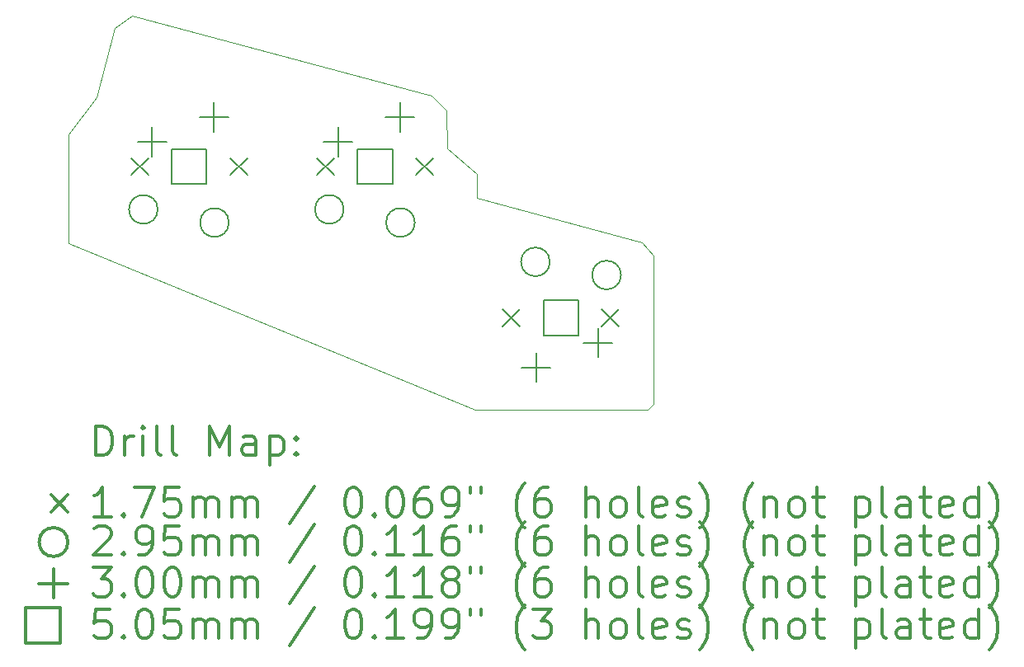
<source format=gbr>
%FSLAX45Y45*%
G04 Gerber Fmt 4.5, Leading zero omitted, Abs format (unit mm)*
G04 Created by KiCad (PCBNEW (5.1.4)-1) date 2023-09-09 05:28:44*
%MOMM*%
%LPD*%
G04 APERTURE LIST*
%ADD10C,0.050000*%
%ADD11C,0.200000*%
%ADD12C,0.300000*%
G04 APERTURE END LIST*
D10*
X-4204981Y-41045810D02*
X-4204900Y-40795660D01*
X-4204981Y-41045810D02*
X-2508981Y-41499810D01*
X-2449981Y-43218810D02*
X-4219981Y-43219810D01*
X-2389981Y-43158810D02*
X-2449981Y-43218810D01*
X-8397125Y-41506943D02*
X-4219981Y-43219810D01*
X-2388981Y-41633810D02*
X-2389981Y-43158810D01*
X-2508981Y-41499810D02*
X-2388981Y-41633810D01*
X-4204899Y-40795660D02*
X-4510118Y-40539366D01*
X-8397125Y-41506943D02*
X-8396596Y-40392941D01*
X-4510118Y-40539366D02*
X-4511301Y-40147247D01*
X-4667125Y-39997148D02*
X-4511301Y-40147247D01*
X-8107724Y-40009596D02*
X-8396596Y-40392941D01*
X-8107724Y-40009596D02*
X-7917120Y-39303027D01*
X-7739822Y-39172429D02*
X-4667125Y-39997148D01*
X-7917120Y-39303027D02*
X-7739822Y-39172429D01*
D11*
X-3937500Y-42188506D02*
X-3762500Y-42363506D01*
X-3762500Y-42188506D02*
X-3937500Y-42363506D01*
X-2921500Y-42188506D02*
X-2746500Y-42363506D01*
X-2746500Y-42188506D02*
X-2921500Y-42363506D01*
X-5842545Y-40634692D02*
X-5667545Y-40809692D01*
X-5667545Y-40634692D02*
X-5842545Y-40809692D01*
X-4826546Y-40634692D02*
X-4651546Y-40809692D01*
X-4651546Y-40634692D02*
X-4826546Y-40809692D01*
X-7750500Y-40634692D02*
X-7575500Y-40809692D01*
X-7575500Y-40634692D02*
X-7750500Y-40809692D01*
X-6734500Y-40634692D02*
X-6559500Y-40809692D01*
X-6559500Y-40634692D02*
X-6734500Y-40809692D01*
X-3454500Y-41701006D02*
G75*
G03X-3454500Y-41701006I-147500J0D01*
G01*
X-2724500Y-41836006D02*
G75*
G03X-2724500Y-41836006I-147500J0D01*
G01*
X-5569546Y-41162192D02*
G75*
G03X-5569546Y-41162192I-147500J0D01*
G01*
X-4839546Y-41297192D02*
G75*
G03X-4839546Y-41297192I-147500J0D01*
G01*
X-7477500Y-41162192D02*
G75*
G03X-7477500Y-41162192I-147500J0D01*
G01*
X-6747500Y-41297192D02*
G75*
G03X-6747500Y-41297192I-147500J0D01*
G01*
X-3596000Y-42634006D02*
X-3596000Y-42934006D01*
X-3746000Y-42784006D02*
X-3446000Y-42784006D01*
X-2961000Y-42380006D02*
X-2961000Y-42680006D01*
X-3111000Y-42530006D02*
X-2811000Y-42530006D01*
X-5628045Y-40318192D02*
X-5628045Y-40618192D01*
X-5778045Y-40468192D02*
X-5478046Y-40468192D01*
X-4993046Y-40064192D02*
X-4993046Y-40364192D01*
X-5143046Y-40214192D02*
X-4843046Y-40214192D01*
X-7536000Y-40318192D02*
X-7536000Y-40618192D01*
X-7686000Y-40468192D02*
X-7386000Y-40468192D01*
X-6901000Y-40064192D02*
X-6901000Y-40364192D01*
X-7051000Y-40214192D02*
X-6751000Y-40214192D01*
X-3163454Y-42454552D02*
X-3163454Y-42097460D01*
X-3520546Y-42097460D01*
X-3520546Y-42454552D01*
X-3163454Y-42454552D01*
X-5068499Y-40900738D02*
X-5068499Y-40543646D01*
X-5425592Y-40543646D01*
X-5425592Y-40900738D01*
X-5068499Y-40900738D01*
X-6976454Y-40900738D02*
X-6976454Y-40543646D01*
X-7333546Y-40543646D01*
X-7333546Y-40900738D01*
X-6976454Y-40900738D01*
D12*
X-8113197Y-43688025D02*
X-8113197Y-43388025D01*
X-8041768Y-43388025D01*
X-7998911Y-43402310D01*
X-7970340Y-43430882D01*
X-7956054Y-43459453D01*
X-7941768Y-43516596D01*
X-7941768Y-43559453D01*
X-7956054Y-43616596D01*
X-7970340Y-43645167D01*
X-7998911Y-43673739D01*
X-8041768Y-43688025D01*
X-8113197Y-43688025D01*
X-7813197Y-43688025D02*
X-7813197Y-43488025D01*
X-7813197Y-43545167D02*
X-7798911Y-43516596D01*
X-7784625Y-43502310D01*
X-7756054Y-43488025D01*
X-7727482Y-43488025D01*
X-7627482Y-43688025D02*
X-7627482Y-43488025D01*
X-7627482Y-43388025D02*
X-7641768Y-43402310D01*
X-7627482Y-43416596D01*
X-7613197Y-43402310D01*
X-7627482Y-43388025D01*
X-7627482Y-43416596D01*
X-7441768Y-43688025D02*
X-7470340Y-43673739D01*
X-7484625Y-43645167D01*
X-7484625Y-43388025D01*
X-7284625Y-43688025D02*
X-7313197Y-43673739D01*
X-7327482Y-43645167D01*
X-7327482Y-43388025D01*
X-6941768Y-43688025D02*
X-6941768Y-43388025D01*
X-6841768Y-43602310D01*
X-6741768Y-43388025D01*
X-6741768Y-43688025D01*
X-6470340Y-43688025D02*
X-6470340Y-43530882D01*
X-6484625Y-43502310D01*
X-6513197Y-43488025D01*
X-6570340Y-43488025D01*
X-6598911Y-43502310D01*
X-6470340Y-43673739D02*
X-6498911Y-43688025D01*
X-6570340Y-43688025D01*
X-6598911Y-43673739D01*
X-6613197Y-43645167D01*
X-6613197Y-43616596D01*
X-6598911Y-43588025D01*
X-6570340Y-43573739D01*
X-6498911Y-43573739D01*
X-6470340Y-43559453D01*
X-6327482Y-43488025D02*
X-6327482Y-43788025D01*
X-6327482Y-43502310D02*
X-6298911Y-43488025D01*
X-6241768Y-43488025D01*
X-6213197Y-43502310D01*
X-6198911Y-43516596D01*
X-6184625Y-43545167D01*
X-6184625Y-43630882D01*
X-6198911Y-43659453D01*
X-6213197Y-43673739D01*
X-6241768Y-43688025D01*
X-6298911Y-43688025D01*
X-6327482Y-43673739D01*
X-6056054Y-43659453D02*
X-6041768Y-43673739D01*
X-6056054Y-43688025D01*
X-6070340Y-43673739D01*
X-6056054Y-43659453D01*
X-6056054Y-43688025D01*
X-6056054Y-43502310D02*
X-6041768Y-43516596D01*
X-6056054Y-43530882D01*
X-6070340Y-43516596D01*
X-6056054Y-43502310D01*
X-6056054Y-43530882D01*
X-8574625Y-44094810D02*
X-8399625Y-44269810D01*
X-8399625Y-44094810D02*
X-8574625Y-44269810D01*
X-7956054Y-44318025D02*
X-8127482Y-44318025D01*
X-8041768Y-44318025D02*
X-8041768Y-44018025D01*
X-8070340Y-44060882D01*
X-8098911Y-44089453D01*
X-8127482Y-44103739D01*
X-7827482Y-44289453D02*
X-7813197Y-44303739D01*
X-7827482Y-44318025D01*
X-7841768Y-44303739D01*
X-7827482Y-44289453D01*
X-7827482Y-44318025D01*
X-7713197Y-44018025D02*
X-7513197Y-44018025D01*
X-7641768Y-44318025D01*
X-7256054Y-44018025D02*
X-7398911Y-44018025D01*
X-7413197Y-44160882D01*
X-7398911Y-44146596D01*
X-7370340Y-44132310D01*
X-7298911Y-44132310D01*
X-7270340Y-44146596D01*
X-7256054Y-44160882D01*
X-7241768Y-44189453D01*
X-7241768Y-44260882D01*
X-7256054Y-44289453D01*
X-7270340Y-44303739D01*
X-7298911Y-44318025D01*
X-7370340Y-44318025D01*
X-7398911Y-44303739D01*
X-7413197Y-44289453D01*
X-7113197Y-44318025D02*
X-7113197Y-44118025D01*
X-7113197Y-44146596D02*
X-7098911Y-44132310D01*
X-7070340Y-44118025D01*
X-7027482Y-44118025D01*
X-6998911Y-44132310D01*
X-6984625Y-44160882D01*
X-6984625Y-44318025D01*
X-6984625Y-44160882D02*
X-6970340Y-44132310D01*
X-6941768Y-44118025D01*
X-6898911Y-44118025D01*
X-6870340Y-44132310D01*
X-6856054Y-44160882D01*
X-6856054Y-44318025D01*
X-6713197Y-44318025D02*
X-6713197Y-44118025D01*
X-6713197Y-44146596D02*
X-6698911Y-44132310D01*
X-6670340Y-44118025D01*
X-6627482Y-44118025D01*
X-6598911Y-44132310D01*
X-6584625Y-44160882D01*
X-6584625Y-44318025D01*
X-6584625Y-44160882D02*
X-6570340Y-44132310D01*
X-6541768Y-44118025D01*
X-6498911Y-44118025D01*
X-6470340Y-44132310D01*
X-6456054Y-44160882D01*
X-6456054Y-44318025D01*
X-5870340Y-44003739D02*
X-6127482Y-44389453D01*
X-5484625Y-44018025D02*
X-5456054Y-44018025D01*
X-5427483Y-44032310D01*
X-5413197Y-44046596D01*
X-5398911Y-44075167D01*
X-5384625Y-44132310D01*
X-5384625Y-44203739D01*
X-5398911Y-44260882D01*
X-5413197Y-44289453D01*
X-5427483Y-44303739D01*
X-5456054Y-44318025D01*
X-5484625Y-44318025D01*
X-5513197Y-44303739D01*
X-5527483Y-44289453D01*
X-5541768Y-44260882D01*
X-5556054Y-44203739D01*
X-5556054Y-44132310D01*
X-5541768Y-44075167D01*
X-5527483Y-44046596D01*
X-5513197Y-44032310D01*
X-5484625Y-44018025D01*
X-5256054Y-44289453D02*
X-5241768Y-44303739D01*
X-5256054Y-44318025D01*
X-5270340Y-44303739D01*
X-5256054Y-44289453D01*
X-5256054Y-44318025D01*
X-5056054Y-44018025D02*
X-5027483Y-44018025D01*
X-4998911Y-44032310D01*
X-4984625Y-44046596D01*
X-4970340Y-44075167D01*
X-4956054Y-44132310D01*
X-4956054Y-44203739D01*
X-4970340Y-44260882D01*
X-4984625Y-44289453D01*
X-4998911Y-44303739D01*
X-5027483Y-44318025D01*
X-5056054Y-44318025D01*
X-5084625Y-44303739D01*
X-5098911Y-44289453D01*
X-5113197Y-44260882D01*
X-5127483Y-44203739D01*
X-5127483Y-44132310D01*
X-5113197Y-44075167D01*
X-5098911Y-44046596D01*
X-5084625Y-44032310D01*
X-5056054Y-44018025D01*
X-4698911Y-44018025D02*
X-4756054Y-44018025D01*
X-4784625Y-44032310D01*
X-4798911Y-44046596D01*
X-4827483Y-44089453D01*
X-4841768Y-44146596D01*
X-4841768Y-44260882D01*
X-4827483Y-44289453D01*
X-4813197Y-44303739D01*
X-4784625Y-44318025D01*
X-4727483Y-44318025D01*
X-4698911Y-44303739D01*
X-4684625Y-44289453D01*
X-4670340Y-44260882D01*
X-4670340Y-44189453D01*
X-4684625Y-44160882D01*
X-4698911Y-44146596D01*
X-4727483Y-44132310D01*
X-4784625Y-44132310D01*
X-4813197Y-44146596D01*
X-4827483Y-44160882D01*
X-4841768Y-44189453D01*
X-4527483Y-44318025D02*
X-4470340Y-44318025D01*
X-4441768Y-44303739D01*
X-4427483Y-44289453D01*
X-4398911Y-44246596D01*
X-4384625Y-44189453D01*
X-4384625Y-44075167D01*
X-4398911Y-44046596D01*
X-4413197Y-44032310D01*
X-4441768Y-44018025D01*
X-4498911Y-44018025D01*
X-4527483Y-44032310D01*
X-4541768Y-44046596D01*
X-4556054Y-44075167D01*
X-4556054Y-44146596D01*
X-4541768Y-44175167D01*
X-4527483Y-44189453D01*
X-4498911Y-44203739D01*
X-4441768Y-44203739D01*
X-4413197Y-44189453D01*
X-4398911Y-44175167D01*
X-4384625Y-44146596D01*
X-4270340Y-44018025D02*
X-4270340Y-44075167D01*
X-4156054Y-44018025D02*
X-4156054Y-44075167D01*
X-3713197Y-44432310D02*
X-3727482Y-44418025D01*
X-3756054Y-44375167D01*
X-3770340Y-44346596D01*
X-3784625Y-44303739D01*
X-3798911Y-44232310D01*
X-3798911Y-44175167D01*
X-3784625Y-44103739D01*
X-3770340Y-44060882D01*
X-3756054Y-44032310D01*
X-3727482Y-43989453D01*
X-3713197Y-43975167D01*
X-3470340Y-44018025D02*
X-3527482Y-44018025D01*
X-3556054Y-44032310D01*
X-3570340Y-44046596D01*
X-3598911Y-44089453D01*
X-3613197Y-44146596D01*
X-3613197Y-44260882D01*
X-3598911Y-44289453D01*
X-3584625Y-44303739D01*
X-3556054Y-44318025D01*
X-3498911Y-44318025D01*
X-3470340Y-44303739D01*
X-3456054Y-44289453D01*
X-3441768Y-44260882D01*
X-3441768Y-44189453D01*
X-3456054Y-44160882D01*
X-3470340Y-44146596D01*
X-3498911Y-44132310D01*
X-3556054Y-44132310D01*
X-3584625Y-44146596D01*
X-3598911Y-44160882D01*
X-3613197Y-44189453D01*
X-3084625Y-44318025D02*
X-3084625Y-44018025D01*
X-2956054Y-44318025D02*
X-2956054Y-44160882D01*
X-2970340Y-44132310D01*
X-2998911Y-44118025D01*
X-3041768Y-44118025D01*
X-3070340Y-44132310D01*
X-3084625Y-44146596D01*
X-2770340Y-44318025D02*
X-2798911Y-44303739D01*
X-2813197Y-44289453D01*
X-2827482Y-44260882D01*
X-2827482Y-44175167D01*
X-2813197Y-44146596D01*
X-2798911Y-44132310D01*
X-2770340Y-44118025D01*
X-2727483Y-44118025D01*
X-2698911Y-44132310D01*
X-2684625Y-44146596D01*
X-2670340Y-44175167D01*
X-2670340Y-44260882D01*
X-2684625Y-44289453D01*
X-2698911Y-44303739D01*
X-2727483Y-44318025D01*
X-2770340Y-44318025D01*
X-2498911Y-44318025D02*
X-2527483Y-44303739D01*
X-2541768Y-44275167D01*
X-2541768Y-44018025D01*
X-2270340Y-44303739D02*
X-2298911Y-44318025D01*
X-2356054Y-44318025D01*
X-2384625Y-44303739D01*
X-2398911Y-44275167D01*
X-2398911Y-44160882D01*
X-2384625Y-44132310D01*
X-2356054Y-44118025D01*
X-2298911Y-44118025D01*
X-2270340Y-44132310D01*
X-2256054Y-44160882D01*
X-2256054Y-44189453D01*
X-2398911Y-44218025D01*
X-2141768Y-44303739D02*
X-2113197Y-44318025D01*
X-2056054Y-44318025D01*
X-2027482Y-44303739D01*
X-2013197Y-44275167D01*
X-2013197Y-44260882D01*
X-2027482Y-44232310D01*
X-2056054Y-44218025D01*
X-2098911Y-44218025D01*
X-2127483Y-44203739D01*
X-2141768Y-44175167D01*
X-2141768Y-44160882D01*
X-2127483Y-44132310D01*
X-2098911Y-44118025D01*
X-2056054Y-44118025D01*
X-2027482Y-44132310D01*
X-1913197Y-44432310D02*
X-1898911Y-44418025D01*
X-1870340Y-44375167D01*
X-1856054Y-44346596D01*
X-1841768Y-44303739D01*
X-1827482Y-44232310D01*
X-1827482Y-44175167D01*
X-1841768Y-44103739D01*
X-1856054Y-44060882D01*
X-1870340Y-44032310D01*
X-1898911Y-43989453D01*
X-1913197Y-43975167D01*
X-1370340Y-44432310D02*
X-1384625Y-44418025D01*
X-1413197Y-44375167D01*
X-1427482Y-44346596D01*
X-1441768Y-44303739D01*
X-1456054Y-44232310D01*
X-1456054Y-44175167D01*
X-1441768Y-44103739D01*
X-1427482Y-44060882D01*
X-1413197Y-44032310D01*
X-1384625Y-43989453D01*
X-1370340Y-43975167D01*
X-1256054Y-44118025D02*
X-1256054Y-44318025D01*
X-1256054Y-44146596D02*
X-1241768Y-44132310D01*
X-1213197Y-44118025D01*
X-1170340Y-44118025D01*
X-1141768Y-44132310D01*
X-1127483Y-44160882D01*
X-1127483Y-44318025D01*
X-941768Y-44318025D02*
X-970340Y-44303739D01*
X-984625Y-44289453D01*
X-998911Y-44260882D01*
X-998911Y-44175167D01*
X-984625Y-44146596D01*
X-970340Y-44132310D01*
X-941768Y-44118025D01*
X-898911Y-44118025D01*
X-870340Y-44132310D01*
X-856054Y-44146596D01*
X-841768Y-44175167D01*
X-841768Y-44260882D01*
X-856054Y-44289453D01*
X-870340Y-44303739D01*
X-898911Y-44318025D01*
X-941768Y-44318025D01*
X-756054Y-44118025D02*
X-641768Y-44118025D01*
X-713197Y-44018025D02*
X-713197Y-44275167D01*
X-698911Y-44303739D01*
X-670340Y-44318025D01*
X-641768Y-44318025D01*
X-313197Y-44118025D02*
X-313197Y-44418025D01*
X-313197Y-44132310D02*
X-284625Y-44118025D01*
X-227482Y-44118025D01*
X-198911Y-44132310D01*
X-184625Y-44146596D01*
X-170340Y-44175167D01*
X-170340Y-44260882D01*
X-184625Y-44289453D01*
X-198911Y-44303739D01*
X-227482Y-44318025D01*
X-284625Y-44318025D01*
X-313197Y-44303739D01*
X1089Y-44318025D02*
X-27482Y-44303739D01*
X-41768Y-44275167D01*
X-41768Y-44018025D01*
X243946Y-44318025D02*
X243946Y-44160882D01*
X229660Y-44132310D01*
X201089Y-44118025D01*
X143946Y-44118025D01*
X115375Y-44132310D01*
X243946Y-44303739D02*
X215375Y-44318025D01*
X143946Y-44318025D01*
X115375Y-44303739D01*
X101089Y-44275167D01*
X101089Y-44246596D01*
X115375Y-44218025D01*
X143946Y-44203739D01*
X215375Y-44203739D01*
X243946Y-44189453D01*
X343946Y-44118025D02*
X458232Y-44118025D01*
X386803Y-44018025D02*
X386803Y-44275167D01*
X401089Y-44303739D01*
X429660Y-44318025D01*
X458232Y-44318025D01*
X672517Y-44303739D02*
X643946Y-44318025D01*
X586803Y-44318025D01*
X558232Y-44303739D01*
X543946Y-44275167D01*
X543946Y-44160882D01*
X558232Y-44132310D01*
X586803Y-44118025D01*
X643946Y-44118025D01*
X672517Y-44132310D01*
X686803Y-44160882D01*
X686803Y-44189453D01*
X543946Y-44218025D01*
X943946Y-44318025D02*
X943946Y-44018025D01*
X943946Y-44303739D02*
X915375Y-44318025D01*
X858232Y-44318025D01*
X829660Y-44303739D01*
X815375Y-44289453D01*
X801089Y-44260882D01*
X801089Y-44175167D01*
X815375Y-44146596D01*
X829660Y-44132310D01*
X858232Y-44118025D01*
X915375Y-44118025D01*
X943946Y-44132310D01*
X1058232Y-44432310D02*
X1072517Y-44418025D01*
X1101089Y-44375167D01*
X1115375Y-44346596D01*
X1129660Y-44303739D01*
X1143946Y-44232310D01*
X1143946Y-44175167D01*
X1129660Y-44103739D01*
X1115375Y-44060882D01*
X1101089Y-44032310D01*
X1072517Y-43989453D01*
X1058232Y-43975167D01*
X-8399625Y-44578310D02*
G75*
G03X-8399625Y-44578310I-147500J0D01*
G01*
X-8127482Y-44442596D02*
X-8113197Y-44428310D01*
X-8084625Y-44414025D01*
X-8013197Y-44414025D01*
X-7984625Y-44428310D01*
X-7970340Y-44442596D01*
X-7956054Y-44471167D01*
X-7956054Y-44499739D01*
X-7970340Y-44542596D01*
X-8141768Y-44714025D01*
X-7956054Y-44714025D01*
X-7827482Y-44685453D02*
X-7813197Y-44699739D01*
X-7827482Y-44714025D01*
X-7841768Y-44699739D01*
X-7827482Y-44685453D01*
X-7827482Y-44714025D01*
X-7670340Y-44714025D02*
X-7613197Y-44714025D01*
X-7584625Y-44699739D01*
X-7570340Y-44685453D01*
X-7541768Y-44642596D01*
X-7527482Y-44585453D01*
X-7527482Y-44471167D01*
X-7541768Y-44442596D01*
X-7556054Y-44428310D01*
X-7584625Y-44414025D01*
X-7641768Y-44414025D01*
X-7670340Y-44428310D01*
X-7684625Y-44442596D01*
X-7698911Y-44471167D01*
X-7698911Y-44542596D01*
X-7684625Y-44571167D01*
X-7670340Y-44585453D01*
X-7641768Y-44599739D01*
X-7584625Y-44599739D01*
X-7556054Y-44585453D01*
X-7541768Y-44571167D01*
X-7527482Y-44542596D01*
X-7256054Y-44414025D02*
X-7398911Y-44414025D01*
X-7413197Y-44556882D01*
X-7398911Y-44542596D01*
X-7370340Y-44528310D01*
X-7298911Y-44528310D01*
X-7270340Y-44542596D01*
X-7256054Y-44556882D01*
X-7241768Y-44585453D01*
X-7241768Y-44656882D01*
X-7256054Y-44685453D01*
X-7270340Y-44699739D01*
X-7298911Y-44714025D01*
X-7370340Y-44714025D01*
X-7398911Y-44699739D01*
X-7413197Y-44685453D01*
X-7113197Y-44714025D02*
X-7113197Y-44514025D01*
X-7113197Y-44542596D02*
X-7098911Y-44528310D01*
X-7070340Y-44514025D01*
X-7027482Y-44514025D01*
X-6998911Y-44528310D01*
X-6984625Y-44556882D01*
X-6984625Y-44714025D01*
X-6984625Y-44556882D02*
X-6970340Y-44528310D01*
X-6941768Y-44514025D01*
X-6898911Y-44514025D01*
X-6870340Y-44528310D01*
X-6856054Y-44556882D01*
X-6856054Y-44714025D01*
X-6713197Y-44714025D02*
X-6713197Y-44514025D01*
X-6713197Y-44542596D02*
X-6698911Y-44528310D01*
X-6670340Y-44514025D01*
X-6627482Y-44514025D01*
X-6598911Y-44528310D01*
X-6584625Y-44556882D01*
X-6584625Y-44714025D01*
X-6584625Y-44556882D02*
X-6570340Y-44528310D01*
X-6541768Y-44514025D01*
X-6498911Y-44514025D01*
X-6470340Y-44528310D01*
X-6456054Y-44556882D01*
X-6456054Y-44714025D01*
X-5870340Y-44399739D02*
X-6127482Y-44785453D01*
X-5484625Y-44414025D02*
X-5456054Y-44414025D01*
X-5427483Y-44428310D01*
X-5413197Y-44442596D01*
X-5398911Y-44471167D01*
X-5384625Y-44528310D01*
X-5384625Y-44599739D01*
X-5398911Y-44656882D01*
X-5413197Y-44685453D01*
X-5427483Y-44699739D01*
X-5456054Y-44714025D01*
X-5484625Y-44714025D01*
X-5513197Y-44699739D01*
X-5527483Y-44685453D01*
X-5541768Y-44656882D01*
X-5556054Y-44599739D01*
X-5556054Y-44528310D01*
X-5541768Y-44471167D01*
X-5527483Y-44442596D01*
X-5513197Y-44428310D01*
X-5484625Y-44414025D01*
X-5256054Y-44685453D02*
X-5241768Y-44699739D01*
X-5256054Y-44714025D01*
X-5270340Y-44699739D01*
X-5256054Y-44685453D01*
X-5256054Y-44714025D01*
X-4956054Y-44714025D02*
X-5127483Y-44714025D01*
X-5041768Y-44714025D02*
X-5041768Y-44414025D01*
X-5070340Y-44456882D01*
X-5098911Y-44485453D01*
X-5127483Y-44499739D01*
X-4670340Y-44714025D02*
X-4841768Y-44714025D01*
X-4756054Y-44714025D02*
X-4756054Y-44414025D01*
X-4784625Y-44456882D01*
X-4813197Y-44485453D01*
X-4841768Y-44499739D01*
X-4413197Y-44414025D02*
X-4470340Y-44414025D01*
X-4498911Y-44428310D01*
X-4513197Y-44442596D01*
X-4541768Y-44485453D01*
X-4556054Y-44542596D01*
X-4556054Y-44656882D01*
X-4541768Y-44685453D01*
X-4527483Y-44699739D01*
X-4498911Y-44714025D01*
X-4441768Y-44714025D01*
X-4413197Y-44699739D01*
X-4398911Y-44685453D01*
X-4384625Y-44656882D01*
X-4384625Y-44585453D01*
X-4398911Y-44556882D01*
X-4413197Y-44542596D01*
X-4441768Y-44528310D01*
X-4498911Y-44528310D01*
X-4527483Y-44542596D01*
X-4541768Y-44556882D01*
X-4556054Y-44585453D01*
X-4270340Y-44414025D02*
X-4270340Y-44471167D01*
X-4156054Y-44414025D02*
X-4156054Y-44471167D01*
X-3713197Y-44828310D02*
X-3727482Y-44814024D01*
X-3756054Y-44771167D01*
X-3770340Y-44742596D01*
X-3784625Y-44699739D01*
X-3798911Y-44628310D01*
X-3798911Y-44571167D01*
X-3784625Y-44499739D01*
X-3770340Y-44456882D01*
X-3756054Y-44428310D01*
X-3727482Y-44385453D01*
X-3713197Y-44371167D01*
X-3470340Y-44414025D02*
X-3527482Y-44414025D01*
X-3556054Y-44428310D01*
X-3570340Y-44442596D01*
X-3598911Y-44485453D01*
X-3613197Y-44542596D01*
X-3613197Y-44656882D01*
X-3598911Y-44685453D01*
X-3584625Y-44699739D01*
X-3556054Y-44714025D01*
X-3498911Y-44714025D01*
X-3470340Y-44699739D01*
X-3456054Y-44685453D01*
X-3441768Y-44656882D01*
X-3441768Y-44585453D01*
X-3456054Y-44556882D01*
X-3470340Y-44542596D01*
X-3498911Y-44528310D01*
X-3556054Y-44528310D01*
X-3584625Y-44542596D01*
X-3598911Y-44556882D01*
X-3613197Y-44585453D01*
X-3084625Y-44714025D02*
X-3084625Y-44414025D01*
X-2956054Y-44714025D02*
X-2956054Y-44556882D01*
X-2970340Y-44528310D01*
X-2998911Y-44514025D01*
X-3041768Y-44514025D01*
X-3070340Y-44528310D01*
X-3084625Y-44542596D01*
X-2770340Y-44714025D02*
X-2798911Y-44699739D01*
X-2813197Y-44685453D01*
X-2827482Y-44656882D01*
X-2827482Y-44571167D01*
X-2813197Y-44542596D01*
X-2798911Y-44528310D01*
X-2770340Y-44514025D01*
X-2727483Y-44514025D01*
X-2698911Y-44528310D01*
X-2684625Y-44542596D01*
X-2670340Y-44571167D01*
X-2670340Y-44656882D01*
X-2684625Y-44685453D01*
X-2698911Y-44699739D01*
X-2727483Y-44714025D01*
X-2770340Y-44714025D01*
X-2498911Y-44714025D02*
X-2527483Y-44699739D01*
X-2541768Y-44671167D01*
X-2541768Y-44414025D01*
X-2270340Y-44699739D02*
X-2298911Y-44714025D01*
X-2356054Y-44714025D01*
X-2384625Y-44699739D01*
X-2398911Y-44671167D01*
X-2398911Y-44556882D01*
X-2384625Y-44528310D01*
X-2356054Y-44514025D01*
X-2298911Y-44514025D01*
X-2270340Y-44528310D01*
X-2256054Y-44556882D01*
X-2256054Y-44585453D01*
X-2398911Y-44614025D01*
X-2141768Y-44699739D02*
X-2113197Y-44714025D01*
X-2056054Y-44714025D01*
X-2027482Y-44699739D01*
X-2013197Y-44671167D01*
X-2013197Y-44656882D01*
X-2027482Y-44628310D01*
X-2056054Y-44614025D01*
X-2098911Y-44614025D01*
X-2127483Y-44599739D01*
X-2141768Y-44571167D01*
X-2141768Y-44556882D01*
X-2127483Y-44528310D01*
X-2098911Y-44514025D01*
X-2056054Y-44514025D01*
X-2027482Y-44528310D01*
X-1913197Y-44828310D02*
X-1898911Y-44814024D01*
X-1870340Y-44771167D01*
X-1856054Y-44742596D01*
X-1841768Y-44699739D01*
X-1827482Y-44628310D01*
X-1827482Y-44571167D01*
X-1841768Y-44499739D01*
X-1856054Y-44456882D01*
X-1870340Y-44428310D01*
X-1898911Y-44385453D01*
X-1913197Y-44371167D01*
X-1370340Y-44828310D02*
X-1384625Y-44814024D01*
X-1413197Y-44771167D01*
X-1427482Y-44742596D01*
X-1441768Y-44699739D01*
X-1456054Y-44628310D01*
X-1456054Y-44571167D01*
X-1441768Y-44499739D01*
X-1427482Y-44456882D01*
X-1413197Y-44428310D01*
X-1384625Y-44385453D01*
X-1370340Y-44371167D01*
X-1256054Y-44514025D02*
X-1256054Y-44714025D01*
X-1256054Y-44542596D02*
X-1241768Y-44528310D01*
X-1213197Y-44514025D01*
X-1170340Y-44514025D01*
X-1141768Y-44528310D01*
X-1127483Y-44556882D01*
X-1127483Y-44714025D01*
X-941768Y-44714025D02*
X-970340Y-44699739D01*
X-984625Y-44685453D01*
X-998911Y-44656882D01*
X-998911Y-44571167D01*
X-984625Y-44542596D01*
X-970340Y-44528310D01*
X-941768Y-44514025D01*
X-898911Y-44514025D01*
X-870340Y-44528310D01*
X-856054Y-44542596D01*
X-841768Y-44571167D01*
X-841768Y-44656882D01*
X-856054Y-44685453D01*
X-870340Y-44699739D01*
X-898911Y-44714025D01*
X-941768Y-44714025D01*
X-756054Y-44514025D02*
X-641768Y-44514025D01*
X-713197Y-44414025D02*
X-713197Y-44671167D01*
X-698911Y-44699739D01*
X-670340Y-44714025D01*
X-641768Y-44714025D01*
X-313197Y-44514025D02*
X-313197Y-44814024D01*
X-313197Y-44528310D02*
X-284625Y-44514025D01*
X-227482Y-44514025D01*
X-198911Y-44528310D01*
X-184625Y-44542596D01*
X-170340Y-44571167D01*
X-170340Y-44656882D01*
X-184625Y-44685453D01*
X-198911Y-44699739D01*
X-227482Y-44714025D01*
X-284625Y-44714025D01*
X-313197Y-44699739D01*
X1089Y-44714025D02*
X-27482Y-44699739D01*
X-41768Y-44671167D01*
X-41768Y-44414025D01*
X243946Y-44714025D02*
X243946Y-44556882D01*
X229660Y-44528310D01*
X201089Y-44514025D01*
X143946Y-44514025D01*
X115375Y-44528310D01*
X243946Y-44699739D02*
X215375Y-44714025D01*
X143946Y-44714025D01*
X115375Y-44699739D01*
X101089Y-44671167D01*
X101089Y-44642596D01*
X115375Y-44614025D01*
X143946Y-44599739D01*
X215375Y-44599739D01*
X243946Y-44585453D01*
X343946Y-44514025D02*
X458232Y-44514025D01*
X386803Y-44414025D02*
X386803Y-44671167D01*
X401089Y-44699739D01*
X429660Y-44714025D01*
X458232Y-44714025D01*
X672517Y-44699739D02*
X643946Y-44714025D01*
X586803Y-44714025D01*
X558232Y-44699739D01*
X543946Y-44671167D01*
X543946Y-44556882D01*
X558232Y-44528310D01*
X586803Y-44514025D01*
X643946Y-44514025D01*
X672517Y-44528310D01*
X686803Y-44556882D01*
X686803Y-44585453D01*
X543946Y-44614025D01*
X943946Y-44714025D02*
X943946Y-44414025D01*
X943946Y-44699739D02*
X915375Y-44714025D01*
X858232Y-44714025D01*
X829660Y-44699739D01*
X815375Y-44685453D01*
X801089Y-44656882D01*
X801089Y-44571167D01*
X815375Y-44542596D01*
X829660Y-44528310D01*
X858232Y-44514025D01*
X915375Y-44514025D01*
X943946Y-44528310D01*
X1058232Y-44828310D02*
X1072517Y-44814024D01*
X1101089Y-44771167D01*
X1115375Y-44742596D01*
X1129660Y-44699739D01*
X1143946Y-44628310D01*
X1143946Y-44571167D01*
X1129660Y-44499739D01*
X1115375Y-44456882D01*
X1101089Y-44428310D01*
X1072517Y-44385453D01*
X1058232Y-44371167D01*
X-8549625Y-44853310D02*
X-8549625Y-45153310D01*
X-8699625Y-45003310D02*
X-8399625Y-45003310D01*
X-8141768Y-44839024D02*
X-7956054Y-44839024D01*
X-8056054Y-44953310D01*
X-8013197Y-44953310D01*
X-7984625Y-44967596D01*
X-7970340Y-44981882D01*
X-7956054Y-45010453D01*
X-7956054Y-45081882D01*
X-7970340Y-45110453D01*
X-7984625Y-45124739D01*
X-8013197Y-45139024D01*
X-8098911Y-45139024D01*
X-8127482Y-45124739D01*
X-8141768Y-45110453D01*
X-7827482Y-45110453D02*
X-7813197Y-45124739D01*
X-7827482Y-45139024D01*
X-7841768Y-45124739D01*
X-7827482Y-45110453D01*
X-7827482Y-45139024D01*
X-7627482Y-44839024D02*
X-7598911Y-44839024D01*
X-7570340Y-44853310D01*
X-7556054Y-44867596D01*
X-7541768Y-44896167D01*
X-7527482Y-44953310D01*
X-7527482Y-45024739D01*
X-7541768Y-45081882D01*
X-7556054Y-45110453D01*
X-7570340Y-45124739D01*
X-7598911Y-45139024D01*
X-7627482Y-45139024D01*
X-7656054Y-45124739D01*
X-7670340Y-45110453D01*
X-7684625Y-45081882D01*
X-7698911Y-45024739D01*
X-7698911Y-44953310D01*
X-7684625Y-44896167D01*
X-7670340Y-44867596D01*
X-7656054Y-44853310D01*
X-7627482Y-44839024D01*
X-7341768Y-44839024D02*
X-7313197Y-44839024D01*
X-7284625Y-44853310D01*
X-7270340Y-44867596D01*
X-7256054Y-44896167D01*
X-7241768Y-44953310D01*
X-7241768Y-45024739D01*
X-7256054Y-45081882D01*
X-7270340Y-45110453D01*
X-7284625Y-45124739D01*
X-7313197Y-45139024D01*
X-7341768Y-45139024D01*
X-7370340Y-45124739D01*
X-7384625Y-45110453D01*
X-7398911Y-45081882D01*
X-7413197Y-45024739D01*
X-7413197Y-44953310D01*
X-7398911Y-44896167D01*
X-7384625Y-44867596D01*
X-7370340Y-44853310D01*
X-7341768Y-44839024D01*
X-7113197Y-45139024D02*
X-7113197Y-44939024D01*
X-7113197Y-44967596D02*
X-7098911Y-44953310D01*
X-7070340Y-44939024D01*
X-7027482Y-44939024D01*
X-6998911Y-44953310D01*
X-6984625Y-44981882D01*
X-6984625Y-45139024D01*
X-6984625Y-44981882D02*
X-6970340Y-44953310D01*
X-6941768Y-44939024D01*
X-6898911Y-44939024D01*
X-6870340Y-44953310D01*
X-6856054Y-44981882D01*
X-6856054Y-45139024D01*
X-6713197Y-45139024D02*
X-6713197Y-44939024D01*
X-6713197Y-44967596D02*
X-6698911Y-44953310D01*
X-6670340Y-44939024D01*
X-6627482Y-44939024D01*
X-6598911Y-44953310D01*
X-6584625Y-44981882D01*
X-6584625Y-45139024D01*
X-6584625Y-44981882D02*
X-6570340Y-44953310D01*
X-6541768Y-44939024D01*
X-6498911Y-44939024D01*
X-6470340Y-44953310D01*
X-6456054Y-44981882D01*
X-6456054Y-45139024D01*
X-5870340Y-44824739D02*
X-6127482Y-45210453D01*
X-5484625Y-44839024D02*
X-5456054Y-44839024D01*
X-5427483Y-44853310D01*
X-5413197Y-44867596D01*
X-5398911Y-44896167D01*
X-5384625Y-44953310D01*
X-5384625Y-45024739D01*
X-5398911Y-45081882D01*
X-5413197Y-45110453D01*
X-5427483Y-45124739D01*
X-5456054Y-45139024D01*
X-5484625Y-45139024D01*
X-5513197Y-45124739D01*
X-5527483Y-45110453D01*
X-5541768Y-45081882D01*
X-5556054Y-45024739D01*
X-5556054Y-44953310D01*
X-5541768Y-44896167D01*
X-5527483Y-44867596D01*
X-5513197Y-44853310D01*
X-5484625Y-44839024D01*
X-5256054Y-45110453D02*
X-5241768Y-45124739D01*
X-5256054Y-45139024D01*
X-5270340Y-45124739D01*
X-5256054Y-45110453D01*
X-5256054Y-45139024D01*
X-4956054Y-45139024D02*
X-5127483Y-45139024D01*
X-5041768Y-45139024D02*
X-5041768Y-44839024D01*
X-5070340Y-44881882D01*
X-5098911Y-44910453D01*
X-5127483Y-44924739D01*
X-4670340Y-45139024D02*
X-4841768Y-45139024D01*
X-4756054Y-45139024D02*
X-4756054Y-44839024D01*
X-4784625Y-44881882D01*
X-4813197Y-44910453D01*
X-4841768Y-44924739D01*
X-4498911Y-44967596D02*
X-4527483Y-44953310D01*
X-4541768Y-44939024D01*
X-4556054Y-44910453D01*
X-4556054Y-44896167D01*
X-4541768Y-44867596D01*
X-4527483Y-44853310D01*
X-4498911Y-44839024D01*
X-4441768Y-44839024D01*
X-4413197Y-44853310D01*
X-4398911Y-44867596D01*
X-4384625Y-44896167D01*
X-4384625Y-44910453D01*
X-4398911Y-44939024D01*
X-4413197Y-44953310D01*
X-4441768Y-44967596D01*
X-4498911Y-44967596D01*
X-4527483Y-44981882D01*
X-4541768Y-44996167D01*
X-4556054Y-45024739D01*
X-4556054Y-45081882D01*
X-4541768Y-45110453D01*
X-4527483Y-45124739D01*
X-4498911Y-45139024D01*
X-4441768Y-45139024D01*
X-4413197Y-45124739D01*
X-4398911Y-45110453D01*
X-4384625Y-45081882D01*
X-4384625Y-45024739D01*
X-4398911Y-44996167D01*
X-4413197Y-44981882D01*
X-4441768Y-44967596D01*
X-4270340Y-44839024D02*
X-4270340Y-44896167D01*
X-4156054Y-44839024D02*
X-4156054Y-44896167D01*
X-3713197Y-45253310D02*
X-3727482Y-45239024D01*
X-3756054Y-45196167D01*
X-3770340Y-45167596D01*
X-3784625Y-45124739D01*
X-3798911Y-45053310D01*
X-3798911Y-44996167D01*
X-3784625Y-44924739D01*
X-3770340Y-44881882D01*
X-3756054Y-44853310D01*
X-3727482Y-44810453D01*
X-3713197Y-44796167D01*
X-3470340Y-44839024D02*
X-3527482Y-44839024D01*
X-3556054Y-44853310D01*
X-3570340Y-44867596D01*
X-3598911Y-44910453D01*
X-3613197Y-44967596D01*
X-3613197Y-45081882D01*
X-3598911Y-45110453D01*
X-3584625Y-45124739D01*
X-3556054Y-45139024D01*
X-3498911Y-45139024D01*
X-3470340Y-45124739D01*
X-3456054Y-45110453D01*
X-3441768Y-45081882D01*
X-3441768Y-45010453D01*
X-3456054Y-44981882D01*
X-3470340Y-44967596D01*
X-3498911Y-44953310D01*
X-3556054Y-44953310D01*
X-3584625Y-44967596D01*
X-3598911Y-44981882D01*
X-3613197Y-45010453D01*
X-3084625Y-45139024D02*
X-3084625Y-44839024D01*
X-2956054Y-45139024D02*
X-2956054Y-44981882D01*
X-2970340Y-44953310D01*
X-2998911Y-44939024D01*
X-3041768Y-44939024D01*
X-3070340Y-44953310D01*
X-3084625Y-44967596D01*
X-2770340Y-45139024D02*
X-2798911Y-45124739D01*
X-2813197Y-45110453D01*
X-2827482Y-45081882D01*
X-2827482Y-44996167D01*
X-2813197Y-44967596D01*
X-2798911Y-44953310D01*
X-2770340Y-44939024D01*
X-2727483Y-44939024D01*
X-2698911Y-44953310D01*
X-2684625Y-44967596D01*
X-2670340Y-44996167D01*
X-2670340Y-45081882D01*
X-2684625Y-45110453D01*
X-2698911Y-45124739D01*
X-2727483Y-45139024D01*
X-2770340Y-45139024D01*
X-2498911Y-45139024D02*
X-2527483Y-45124739D01*
X-2541768Y-45096167D01*
X-2541768Y-44839024D01*
X-2270340Y-45124739D02*
X-2298911Y-45139024D01*
X-2356054Y-45139024D01*
X-2384625Y-45124739D01*
X-2398911Y-45096167D01*
X-2398911Y-44981882D01*
X-2384625Y-44953310D01*
X-2356054Y-44939024D01*
X-2298911Y-44939024D01*
X-2270340Y-44953310D01*
X-2256054Y-44981882D01*
X-2256054Y-45010453D01*
X-2398911Y-45039024D01*
X-2141768Y-45124739D02*
X-2113197Y-45139024D01*
X-2056054Y-45139024D01*
X-2027482Y-45124739D01*
X-2013197Y-45096167D01*
X-2013197Y-45081882D01*
X-2027482Y-45053310D01*
X-2056054Y-45039024D01*
X-2098911Y-45039024D01*
X-2127483Y-45024739D01*
X-2141768Y-44996167D01*
X-2141768Y-44981882D01*
X-2127483Y-44953310D01*
X-2098911Y-44939024D01*
X-2056054Y-44939024D01*
X-2027482Y-44953310D01*
X-1913197Y-45253310D02*
X-1898911Y-45239024D01*
X-1870340Y-45196167D01*
X-1856054Y-45167596D01*
X-1841768Y-45124739D01*
X-1827482Y-45053310D01*
X-1827482Y-44996167D01*
X-1841768Y-44924739D01*
X-1856054Y-44881882D01*
X-1870340Y-44853310D01*
X-1898911Y-44810453D01*
X-1913197Y-44796167D01*
X-1370340Y-45253310D02*
X-1384625Y-45239024D01*
X-1413197Y-45196167D01*
X-1427482Y-45167596D01*
X-1441768Y-45124739D01*
X-1456054Y-45053310D01*
X-1456054Y-44996167D01*
X-1441768Y-44924739D01*
X-1427482Y-44881882D01*
X-1413197Y-44853310D01*
X-1384625Y-44810453D01*
X-1370340Y-44796167D01*
X-1256054Y-44939024D02*
X-1256054Y-45139024D01*
X-1256054Y-44967596D02*
X-1241768Y-44953310D01*
X-1213197Y-44939024D01*
X-1170340Y-44939024D01*
X-1141768Y-44953310D01*
X-1127483Y-44981882D01*
X-1127483Y-45139024D01*
X-941768Y-45139024D02*
X-970340Y-45124739D01*
X-984625Y-45110453D01*
X-998911Y-45081882D01*
X-998911Y-44996167D01*
X-984625Y-44967596D01*
X-970340Y-44953310D01*
X-941768Y-44939024D01*
X-898911Y-44939024D01*
X-870340Y-44953310D01*
X-856054Y-44967596D01*
X-841768Y-44996167D01*
X-841768Y-45081882D01*
X-856054Y-45110453D01*
X-870340Y-45124739D01*
X-898911Y-45139024D01*
X-941768Y-45139024D01*
X-756054Y-44939024D02*
X-641768Y-44939024D01*
X-713197Y-44839024D02*
X-713197Y-45096167D01*
X-698911Y-45124739D01*
X-670340Y-45139024D01*
X-641768Y-45139024D01*
X-313197Y-44939024D02*
X-313197Y-45239024D01*
X-313197Y-44953310D02*
X-284625Y-44939024D01*
X-227482Y-44939024D01*
X-198911Y-44953310D01*
X-184625Y-44967596D01*
X-170340Y-44996167D01*
X-170340Y-45081882D01*
X-184625Y-45110453D01*
X-198911Y-45124739D01*
X-227482Y-45139024D01*
X-284625Y-45139024D01*
X-313197Y-45124739D01*
X1089Y-45139024D02*
X-27482Y-45124739D01*
X-41768Y-45096167D01*
X-41768Y-44839024D01*
X243946Y-45139024D02*
X243946Y-44981882D01*
X229660Y-44953310D01*
X201089Y-44939024D01*
X143946Y-44939024D01*
X115375Y-44953310D01*
X243946Y-45124739D02*
X215375Y-45139024D01*
X143946Y-45139024D01*
X115375Y-45124739D01*
X101089Y-45096167D01*
X101089Y-45067596D01*
X115375Y-45039024D01*
X143946Y-45024739D01*
X215375Y-45024739D01*
X243946Y-45010453D01*
X343946Y-44939024D02*
X458232Y-44939024D01*
X386803Y-44839024D02*
X386803Y-45096167D01*
X401089Y-45124739D01*
X429660Y-45139024D01*
X458232Y-45139024D01*
X672517Y-45124739D02*
X643946Y-45139024D01*
X586803Y-45139024D01*
X558232Y-45124739D01*
X543946Y-45096167D01*
X543946Y-44981882D01*
X558232Y-44953310D01*
X586803Y-44939024D01*
X643946Y-44939024D01*
X672517Y-44953310D01*
X686803Y-44981882D01*
X686803Y-45010453D01*
X543946Y-45039024D01*
X943946Y-45139024D02*
X943946Y-44839024D01*
X943946Y-45124739D02*
X915375Y-45139024D01*
X858232Y-45139024D01*
X829660Y-45124739D01*
X815375Y-45110453D01*
X801089Y-45081882D01*
X801089Y-44996167D01*
X815375Y-44967596D01*
X829660Y-44953310D01*
X858232Y-44939024D01*
X915375Y-44939024D01*
X943946Y-44953310D01*
X1058232Y-45253310D02*
X1072517Y-45239024D01*
X1101089Y-45196167D01*
X1115375Y-45167596D01*
X1129660Y-45124739D01*
X1143946Y-45053310D01*
X1143946Y-44996167D01*
X1129660Y-44924739D01*
X1115375Y-44881882D01*
X1101089Y-44853310D01*
X1072517Y-44810453D01*
X1058232Y-44796167D01*
X-8473579Y-45611856D02*
X-8473579Y-45254764D01*
X-8830672Y-45254764D01*
X-8830672Y-45611856D01*
X-8473579Y-45611856D01*
X-7970340Y-45269024D02*
X-8113197Y-45269024D01*
X-8127482Y-45411882D01*
X-8113197Y-45397596D01*
X-8084625Y-45383310D01*
X-8013197Y-45383310D01*
X-7984625Y-45397596D01*
X-7970340Y-45411882D01*
X-7956054Y-45440453D01*
X-7956054Y-45511882D01*
X-7970340Y-45540453D01*
X-7984625Y-45554739D01*
X-8013197Y-45569024D01*
X-8084625Y-45569024D01*
X-8113197Y-45554739D01*
X-8127482Y-45540453D01*
X-7827482Y-45540453D02*
X-7813197Y-45554739D01*
X-7827482Y-45569024D01*
X-7841768Y-45554739D01*
X-7827482Y-45540453D01*
X-7827482Y-45569024D01*
X-7627482Y-45269024D02*
X-7598911Y-45269024D01*
X-7570340Y-45283310D01*
X-7556054Y-45297596D01*
X-7541768Y-45326167D01*
X-7527482Y-45383310D01*
X-7527482Y-45454739D01*
X-7541768Y-45511882D01*
X-7556054Y-45540453D01*
X-7570340Y-45554739D01*
X-7598911Y-45569024D01*
X-7627482Y-45569024D01*
X-7656054Y-45554739D01*
X-7670340Y-45540453D01*
X-7684625Y-45511882D01*
X-7698911Y-45454739D01*
X-7698911Y-45383310D01*
X-7684625Y-45326167D01*
X-7670340Y-45297596D01*
X-7656054Y-45283310D01*
X-7627482Y-45269024D01*
X-7256054Y-45269024D02*
X-7398911Y-45269024D01*
X-7413197Y-45411882D01*
X-7398911Y-45397596D01*
X-7370340Y-45383310D01*
X-7298911Y-45383310D01*
X-7270340Y-45397596D01*
X-7256054Y-45411882D01*
X-7241768Y-45440453D01*
X-7241768Y-45511882D01*
X-7256054Y-45540453D01*
X-7270340Y-45554739D01*
X-7298911Y-45569024D01*
X-7370340Y-45569024D01*
X-7398911Y-45554739D01*
X-7413197Y-45540453D01*
X-7113197Y-45569024D02*
X-7113197Y-45369024D01*
X-7113197Y-45397596D02*
X-7098911Y-45383310D01*
X-7070340Y-45369024D01*
X-7027482Y-45369024D01*
X-6998911Y-45383310D01*
X-6984625Y-45411882D01*
X-6984625Y-45569024D01*
X-6984625Y-45411882D02*
X-6970340Y-45383310D01*
X-6941768Y-45369024D01*
X-6898911Y-45369024D01*
X-6870340Y-45383310D01*
X-6856054Y-45411882D01*
X-6856054Y-45569024D01*
X-6713197Y-45569024D02*
X-6713197Y-45369024D01*
X-6713197Y-45397596D02*
X-6698911Y-45383310D01*
X-6670340Y-45369024D01*
X-6627482Y-45369024D01*
X-6598911Y-45383310D01*
X-6584625Y-45411882D01*
X-6584625Y-45569024D01*
X-6584625Y-45411882D02*
X-6570340Y-45383310D01*
X-6541768Y-45369024D01*
X-6498911Y-45369024D01*
X-6470340Y-45383310D01*
X-6456054Y-45411882D01*
X-6456054Y-45569024D01*
X-5870340Y-45254739D02*
X-6127482Y-45640453D01*
X-5484625Y-45269024D02*
X-5456054Y-45269024D01*
X-5427483Y-45283310D01*
X-5413197Y-45297596D01*
X-5398911Y-45326167D01*
X-5384625Y-45383310D01*
X-5384625Y-45454739D01*
X-5398911Y-45511882D01*
X-5413197Y-45540453D01*
X-5427483Y-45554739D01*
X-5456054Y-45569024D01*
X-5484625Y-45569024D01*
X-5513197Y-45554739D01*
X-5527483Y-45540453D01*
X-5541768Y-45511882D01*
X-5556054Y-45454739D01*
X-5556054Y-45383310D01*
X-5541768Y-45326167D01*
X-5527483Y-45297596D01*
X-5513197Y-45283310D01*
X-5484625Y-45269024D01*
X-5256054Y-45540453D02*
X-5241768Y-45554739D01*
X-5256054Y-45569024D01*
X-5270340Y-45554739D01*
X-5256054Y-45540453D01*
X-5256054Y-45569024D01*
X-4956054Y-45569024D02*
X-5127483Y-45569024D01*
X-5041768Y-45569024D02*
X-5041768Y-45269024D01*
X-5070340Y-45311882D01*
X-5098911Y-45340453D01*
X-5127483Y-45354739D01*
X-4813197Y-45569024D02*
X-4756054Y-45569024D01*
X-4727483Y-45554739D01*
X-4713197Y-45540453D01*
X-4684625Y-45497596D01*
X-4670340Y-45440453D01*
X-4670340Y-45326167D01*
X-4684625Y-45297596D01*
X-4698911Y-45283310D01*
X-4727483Y-45269024D01*
X-4784625Y-45269024D01*
X-4813197Y-45283310D01*
X-4827483Y-45297596D01*
X-4841768Y-45326167D01*
X-4841768Y-45397596D01*
X-4827483Y-45426167D01*
X-4813197Y-45440453D01*
X-4784625Y-45454739D01*
X-4727483Y-45454739D01*
X-4698911Y-45440453D01*
X-4684625Y-45426167D01*
X-4670340Y-45397596D01*
X-4527483Y-45569024D02*
X-4470340Y-45569024D01*
X-4441768Y-45554739D01*
X-4427483Y-45540453D01*
X-4398911Y-45497596D01*
X-4384625Y-45440453D01*
X-4384625Y-45326167D01*
X-4398911Y-45297596D01*
X-4413197Y-45283310D01*
X-4441768Y-45269024D01*
X-4498911Y-45269024D01*
X-4527483Y-45283310D01*
X-4541768Y-45297596D01*
X-4556054Y-45326167D01*
X-4556054Y-45397596D01*
X-4541768Y-45426167D01*
X-4527483Y-45440453D01*
X-4498911Y-45454739D01*
X-4441768Y-45454739D01*
X-4413197Y-45440453D01*
X-4398911Y-45426167D01*
X-4384625Y-45397596D01*
X-4270340Y-45269024D02*
X-4270340Y-45326167D01*
X-4156054Y-45269024D02*
X-4156054Y-45326167D01*
X-3713197Y-45683310D02*
X-3727482Y-45669024D01*
X-3756054Y-45626167D01*
X-3770340Y-45597596D01*
X-3784625Y-45554739D01*
X-3798911Y-45483310D01*
X-3798911Y-45426167D01*
X-3784625Y-45354739D01*
X-3770340Y-45311882D01*
X-3756054Y-45283310D01*
X-3727482Y-45240453D01*
X-3713197Y-45226167D01*
X-3627482Y-45269024D02*
X-3441768Y-45269024D01*
X-3541768Y-45383310D01*
X-3498911Y-45383310D01*
X-3470340Y-45397596D01*
X-3456054Y-45411882D01*
X-3441768Y-45440453D01*
X-3441768Y-45511882D01*
X-3456054Y-45540453D01*
X-3470340Y-45554739D01*
X-3498911Y-45569024D01*
X-3584625Y-45569024D01*
X-3613197Y-45554739D01*
X-3627482Y-45540453D01*
X-3084625Y-45569024D02*
X-3084625Y-45269024D01*
X-2956054Y-45569024D02*
X-2956054Y-45411882D01*
X-2970340Y-45383310D01*
X-2998911Y-45369024D01*
X-3041768Y-45369024D01*
X-3070340Y-45383310D01*
X-3084625Y-45397596D01*
X-2770340Y-45569024D02*
X-2798911Y-45554739D01*
X-2813197Y-45540453D01*
X-2827482Y-45511882D01*
X-2827482Y-45426167D01*
X-2813197Y-45397596D01*
X-2798911Y-45383310D01*
X-2770340Y-45369024D01*
X-2727483Y-45369024D01*
X-2698911Y-45383310D01*
X-2684625Y-45397596D01*
X-2670340Y-45426167D01*
X-2670340Y-45511882D01*
X-2684625Y-45540453D01*
X-2698911Y-45554739D01*
X-2727483Y-45569024D01*
X-2770340Y-45569024D01*
X-2498911Y-45569024D02*
X-2527483Y-45554739D01*
X-2541768Y-45526167D01*
X-2541768Y-45269024D01*
X-2270340Y-45554739D02*
X-2298911Y-45569024D01*
X-2356054Y-45569024D01*
X-2384625Y-45554739D01*
X-2398911Y-45526167D01*
X-2398911Y-45411882D01*
X-2384625Y-45383310D01*
X-2356054Y-45369024D01*
X-2298911Y-45369024D01*
X-2270340Y-45383310D01*
X-2256054Y-45411882D01*
X-2256054Y-45440453D01*
X-2398911Y-45469024D01*
X-2141768Y-45554739D02*
X-2113197Y-45569024D01*
X-2056054Y-45569024D01*
X-2027482Y-45554739D01*
X-2013197Y-45526167D01*
X-2013197Y-45511882D01*
X-2027482Y-45483310D01*
X-2056054Y-45469024D01*
X-2098911Y-45469024D01*
X-2127483Y-45454739D01*
X-2141768Y-45426167D01*
X-2141768Y-45411882D01*
X-2127483Y-45383310D01*
X-2098911Y-45369024D01*
X-2056054Y-45369024D01*
X-2027482Y-45383310D01*
X-1913197Y-45683310D02*
X-1898911Y-45669024D01*
X-1870340Y-45626167D01*
X-1856054Y-45597596D01*
X-1841768Y-45554739D01*
X-1827482Y-45483310D01*
X-1827482Y-45426167D01*
X-1841768Y-45354739D01*
X-1856054Y-45311882D01*
X-1870340Y-45283310D01*
X-1898911Y-45240453D01*
X-1913197Y-45226167D01*
X-1370340Y-45683310D02*
X-1384625Y-45669024D01*
X-1413197Y-45626167D01*
X-1427482Y-45597596D01*
X-1441768Y-45554739D01*
X-1456054Y-45483310D01*
X-1456054Y-45426167D01*
X-1441768Y-45354739D01*
X-1427482Y-45311882D01*
X-1413197Y-45283310D01*
X-1384625Y-45240453D01*
X-1370340Y-45226167D01*
X-1256054Y-45369024D02*
X-1256054Y-45569024D01*
X-1256054Y-45397596D02*
X-1241768Y-45383310D01*
X-1213197Y-45369024D01*
X-1170340Y-45369024D01*
X-1141768Y-45383310D01*
X-1127483Y-45411882D01*
X-1127483Y-45569024D01*
X-941768Y-45569024D02*
X-970340Y-45554739D01*
X-984625Y-45540453D01*
X-998911Y-45511882D01*
X-998911Y-45426167D01*
X-984625Y-45397596D01*
X-970340Y-45383310D01*
X-941768Y-45369024D01*
X-898911Y-45369024D01*
X-870340Y-45383310D01*
X-856054Y-45397596D01*
X-841768Y-45426167D01*
X-841768Y-45511882D01*
X-856054Y-45540453D01*
X-870340Y-45554739D01*
X-898911Y-45569024D01*
X-941768Y-45569024D01*
X-756054Y-45369024D02*
X-641768Y-45369024D01*
X-713197Y-45269024D02*
X-713197Y-45526167D01*
X-698911Y-45554739D01*
X-670340Y-45569024D01*
X-641768Y-45569024D01*
X-313197Y-45369024D02*
X-313197Y-45669024D01*
X-313197Y-45383310D02*
X-284625Y-45369024D01*
X-227482Y-45369024D01*
X-198911Y-45383310D01*
X-184625Y-45397596D01*
X-170340Y-45426167D01*
X-170340Y-45511882D01*
X-184625Y-45540453D01*
X-198911Y-45554739D01*
X-227482Y-45569024D01*
X-284625Y-45569024D01*
X-313197Y-45554739D01*
X1089Y-45569024D02*
X-27482Y-45554739D01*
X-41768Y-45526167D01*
X-41768Y-45269024D01*
X243946Y-45569024D02*
X243946Y-45411882D01*
X229660Y-45383310D01*
X201089Y-45369024D01*
X143946Y-45369024D01*
X115375Y-45383310D01*
X243946Y-45554739D02*
X215375Y-45569024D01*
X143946Y-45569024D01*
X115375Y-45554739D01*
X101089Y-45526167D01*
X101089Y-45497596D01*
X115375Y-45469024D01*
X143946Y-45454739D01*
X215375Y-45454739D01*
X243946Y-45440453D01*
X343946Y-45369024D02*
X458232Y-45369024D01*
X386803Y-45269024D02*
X386803Y-45526167D01*
X401089Y-45554739D01*
X429660Y-45569024D01*
X458232Y-45569024D01*
X672517Y-45554739D02*
X643946Y-45569024D01*
X586803Y-45569024D01*
X558232Y-45554739D01*
X543946Y-45526167D01*
X543946Y-45411882D01*
X558232Y-45383310D01*
X586803Y-45369024D01*
X643946Y-45369024D01*
X672517Y-45383310D01*
X686803Y-45411882D01*
X686803Y-45440453D01*
X543946Y-45469024D01*
X943946Y-45569024D02*
X943946Y-45269024D01*
X943946Y-45554739D02*
X915375Y-45569024D01*
X858232Y-45569024D01*
X829660Y-45554739D01*
X815375Y-45540453D01*
X801089Y-45511882D01*
X801089Y-45426167D01*
X815375Y-45397596D01*
X829660Y-45383310D01*
X858232Y-45369024D01*
X915375Y-45369024D01*
X943946Y-45383310D01*
X1058232Y-45683310D02*
X1072517Y-45669024D01*
X1101089Y-45626167D01*
X1115375Y-45597596D01*
X1129660Y-45554739D01*
X1143946Y-45483310D01*
X1143946Y-45426167D01*
X1129660Y-45354739D01*
X1115375Y-45311882D01*
X1101089Y-45283310D01*
X1072517Y-45240453D01*
X1058232Y-45226167D01*
M02*

</source>
